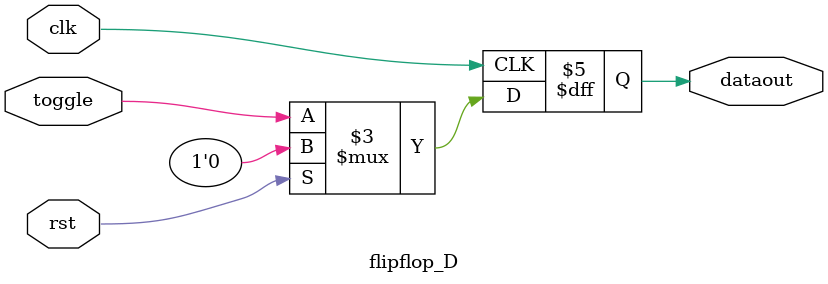
<source format=v>
`timescale 1ns / 1ps


module flipflop_D(output reg dataout,
                  input toggle,
                  input rst,clk);
    

always@(posedge clk) begin
if (rst) dataout<=0;
else
    dataout <= toggle ;
end

endmodule

</source>
